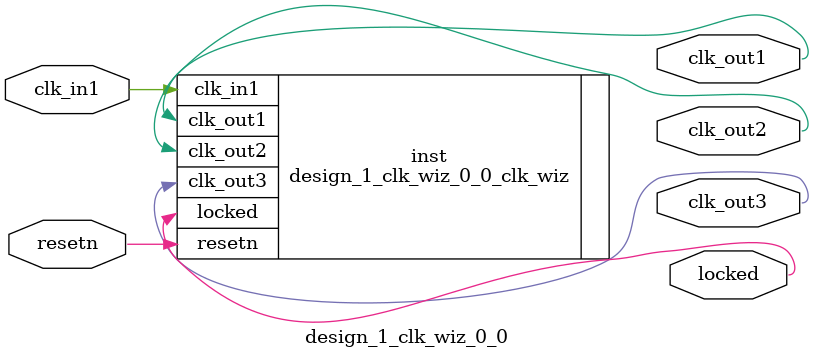
<source format=v>


`timescale 1ps/1ps

(* CORE_GENERATION_INFO = "design_1_clk_wiz_0_0,clk_wiz_v6_0_5_0_0,{component_name=design_1_clk_wiz_0_0,use_phase_alignment=false,use_min_o_jitter=false,use_max_i_jitter=false,use_dyn_phase_shift=false,use_inclk_switchover=false,use_dyn_reconfig=false,enable_axi=0,feedback_source=FDBK_AUTO,PRIMITIVE=MMCM,num_out_clk=3,clkin1_period=10.000,clkin2_period=10.000,use_power_down=false,use_reset=true,use_locked=true,use_inclk_stopped=false,feedback_type=SINGLE,CLOCK_MGR_TYPE=NA,manual_override=false}" *)

module design_1_clk_wiz_0_0 
 (
  // Clock out ports
  output        clk_out1,
  output        clk_out2,
  output        clk_out3,
  // Status and control signals
  input         resetn,
  output        locked,
 // Clock in ports
  input         clk_in1
 );

  design_1_clk_wiz_0_0_clk_wiz inst
  (
  // Clock out ports  
  .clk_out1(clk_out1),
  .clk_out2(clk_out2),
  .clk_out3(clk_out3),
  // Status and control signals               
  .resetn(resetn), 
  .locked(locked),
 // Clock in ports
  .clk_in1(clk_in1)
  );

endmodule

</source>
